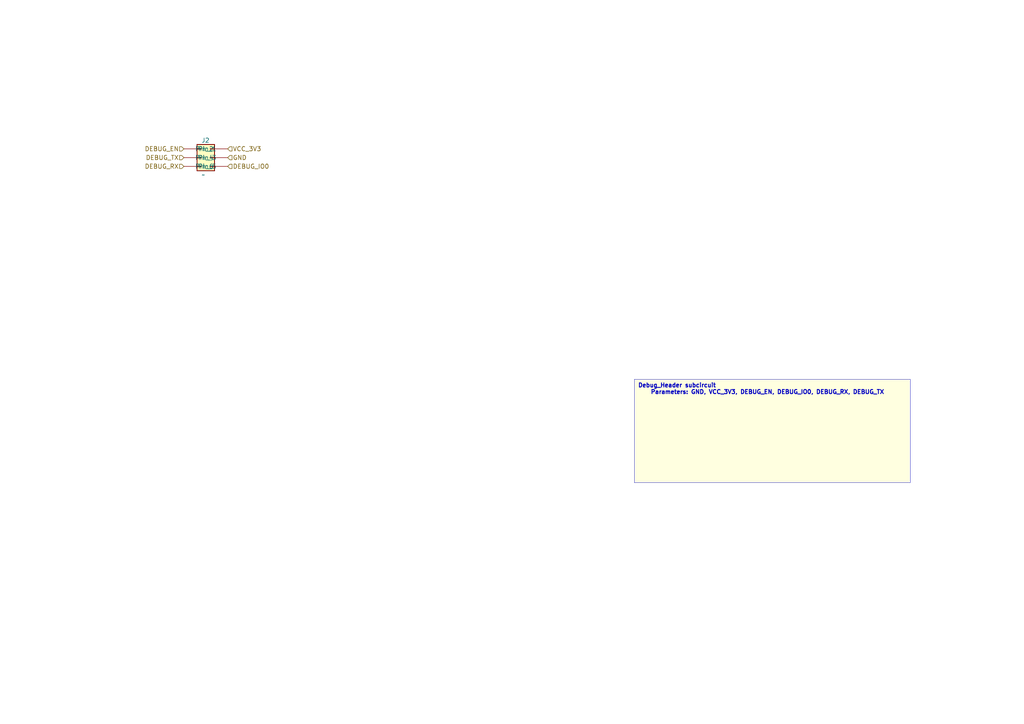
<source format=kicad_sch>
(kicad_sch (version 20250114) (generator "circuit_synth") (generator_version "9.0")
  (paper "A4")
  (lib_symbols
    (symbol "Connector_Generic:Conn_02x03_Odd_Even" (pin_numbers hide) (pin_names (offset 0.254))
      (property "Reference" "J" (at 0.0 0.0 0))
      (property "Value" "Conn_02x03_Odd_Even" (at 0.0 0.0 0))
      (symbol "Conn_02x03_Odd_Even_0_1"
        (rectangle (start -1.27 3.81) (end 3.81 -3.81) (stroke (width 0.254)) (fill (type background)))
        (rectangle (start -1.27 2.667) (end 0.0 2.413) (stroke (width 0.1524)))
        (rectangle (start -1.27 0.127) (end 0.0 -0.127) (stroke (width 0.1524)))
        (rectangle (start -1.27 -2.413) (end 0.0 -2.667) (stroke (width 0.1524)))
        (rectangle (start 3.81 2.667) (end 2.54 2.413) (stroke (width 0.1524)))
        (rectangle (start 3.81 0.127) (end 2.54 -0.127) (stroke (width 0.1524)))
        (rectangle (start 3.81 -2.413) (end 2.54 -2.667) (stroke (width 0.1524)))
      )
      (symbol "Conn_02x03_Odd_Even_1_1"
        (pin passive line (at -5.08 2.54 0) (length 3.81) (name Pin_1) (number "1"))
        (pin passive line (at -5.08 0.0 0) (length 3.81) (name Pin_3) (number "3"))
        (pin passive line (at -5.08 -2.54 0) (length 3.81) (name Pin_5) (number "5"))
        (pin passive line (at 7.62 2.54 180) (length 3.81) (name Pin_2) (number "2"))
        (pin passive line (at 7.62 0.0 180) (length 3.81) (name Pin_4) (number "4"))
        (pin passive line (at 7.62 -2.54 180) (length 3.81) (name Pin_6) (number "6"))
      )
    )
  )
  (title_block (title Debug_Header) (date 2025-08-06) (company Circuit-Synth))
  (symbol (lib_id "Connector_Generic:Conn_02x03_Odd_Even") (at 58.42 45.72 0) (unit 1)
    (property "Reference" "J2" (at 58.42 40.72 0) (effects (justify left)))
    (property "Value" "~" (at 58.42 50.72 0) (effects (justify left)))
    (property "Footprint" "Connector_IDC:IDC-Header_2x03_P2.54mm_Vertical" (effects (hide yes)))
  )
  (hierarchical_label DEBUG_EN (shape input) (at 53.34 43.18 180))
  (hierarchical_label DEBUG_TX (shape input) (at 53.34 45.72 180))
  (hierarchical_label DEBUG_RX (shape input) (at 53.34 48.26 180))
  (hierarchical_label VCC_3V3 (shape input) (at 66.04 43.18 0))
  (hierarchical_label GND (shape input) (at 66.04 45.72 0))
  (hierarchical_label DEBUG_IO0 (shape input) (at 66.04 48.26 0))
  (text_box "Debug_Header subcircuit\n    Parameters: GND, VCC_3V3, DEBUG_EN, DEBUG_IO0, DEBUG_RX, DEBUG_TX" (exclude_from_sim yes) (at 184.0 110.0 0) (size 80.0 30.0) (margins 1.0 1.0 1.0 1.0) (stroke (width 0.1)) (fill (type color) (color 255 255 224 1)) (effects (font (size 1.2 1.2) (thickness 0.254)) (justify left top)))
)
</source>
